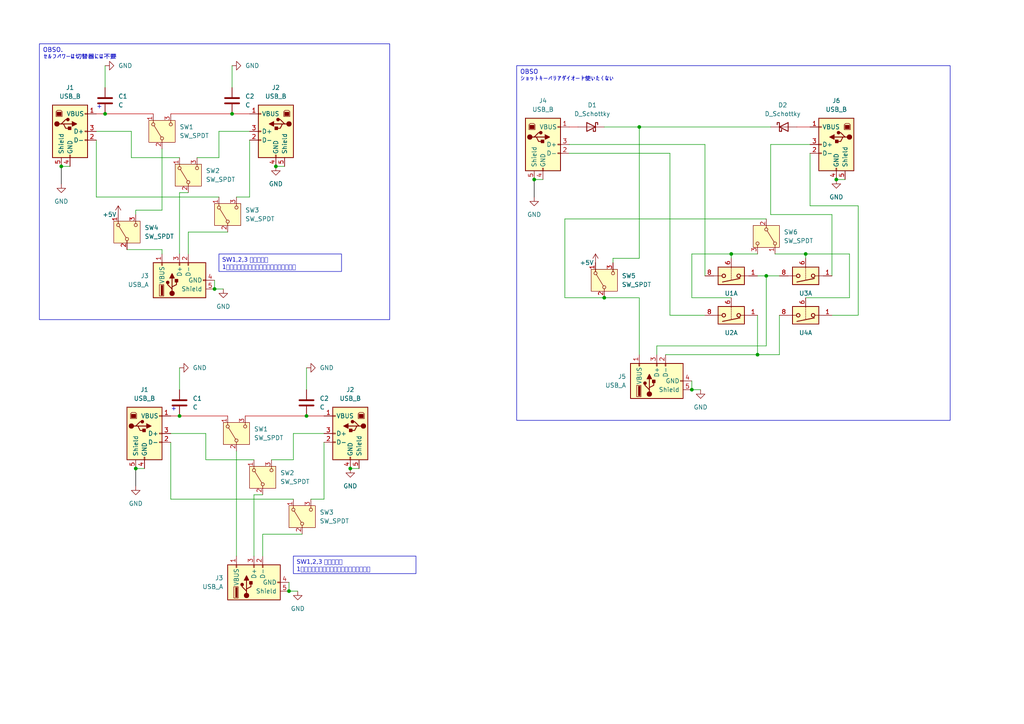
<source format=kicad_sch>
(kicad_sch (version 20230121) (generator eeschema)
  (paper "A4")
  (lib_symbols
    (symbol "Analog_Switch:ADG417BN" (pin_names (offset 0.254))
      (property "Reference" "U" (at -3.175 5.334 0))
      (property "Value" "ADG417BN" (at -3.175 3.556 0))
      (symbol "ADG417BN_1_1"
        (rectangle (start -3.81 2.54) (end 3.81 -2.54) (stroke (width 0.254)) (fill (type background)))
        (circle (center -2.159 0) (radius 0.508) (stroke (width 0.254)))
        (polyline (pts (xy -5.08 0) (xy -2.794 0)))
        (polyline (pts (xy -2.54 0.762) (xy 2.54 1.778)) (stroke (width 0.254)))
        (polyline (pts (xy 0 -2.54) (xy 0 -2.032)))
        (polyline (pts (xy 0 -1.778) (xy 0 -1.524)))
        (polyline (pts (xy 0 -1.27) (xy 0 -1.016)))
        (polyline (pts (xy 0 -0.762) (xy 0 -0.508)))
        (polyline (pts (xy 0 -0.254) (xy 0 0)))
        (polyline (pts (xy 0 0.254) (xy 0 0.508)))
        (polyline (pts (xy 0 0.762) (xy 0 1.016)))
        (polyline (pts (xy 5.08 0) (xy 2.794 0)))
        (circle (center 2.159 0) (radius 0.508) (stroke (width 0.254)))
        (pin passive line (at -7.62 0 0) (length 2.54) (name "~") (number "1"))
        (pin input line (at 0 -5.08 90) (length 2.54) (name "~") (number "6"))
        (pin passive line (at 7.62 0 180) (length 2.54) (name "~") (number "8"))
      )
      (symbol "ADG417BN_2_0"
        (pin no_connect line (at -2.54 10.16 270) (length 2.54) hide (name "NC") (number "2"))
        (pin power_in line (at 0 -12.7 90) (length 2.54) (name "GND") (number "3"))
        (pin power_in line (at 0 12.7 270) (length 2.54) (name "V+") (number "4"))
        (pin power_in line (at 2.54 12.7 270) (length 2.54) (name "VL") (number "5"))
        (pin power_in line (at 2.54 -12.7 90) (length 2.54) (name "V-") (number "7"))
      )
      (symbol "ADG417BN_2_1"
        (rectangle (start -3.81 10.16) (end 6.35 -10.16) (stroke (width 0.254)) (fill (type background)))
      )
    )
    (symbol "Connector:USB_A" (pin_names (offset 1.016))
      (property "Reference" "J" (at -5.08 11.43 0))
      (property "Value" "USB_A" (at -5.08 8.89 0))
      (symbol "USB_A_0_1"
        (rectangle (start -5.08 -7.62) (end 5.08 7.62) (stroke (width 0.254)) (fill (type background)))
        (circle (center -3.81 2.159) (radius 0.635) (stroke (width 0.254)) (fill (type outline)))
        (rectangle (start -1.524 4.826) (end -4.318 5.334) (fill (type outline)))
        (rectangle (start -1.27 4.572) (end -4.572 5.842))
        (circle (center -0.635 3.429) (radius 0.381) (stroke (width 0.254)) (fill (type outline)))
        (rectangle (start -0.127 -7.62) (end 0.127 -6.858))
        (polyline (pts (xy -3.175 2.159) (xy -2.54 2.159) (xy -1.27 3.429) (xy -0.635 3.429)) (stroke (width 0.254)))
        (polyline (pts (xy -2.54 2.159) (xy -1.905 2.159) (xy -1.27 0.889) (xy 0 0.889)) (stroke (width 0.254)))
        (polyline (pts (xy 0.635 2.794) (xy 0.635 1.524) (xy 1.905 2.159) (xy 0.635 2.794)) (stroke (width 0.254)) (fill (type outline)))
        (rectangle (start 0.254 1.27) (end -0.508 0.508) (stroke (width 0.254)) (fill (type outline)))
        (rectangle (start 5.08 -2.667) (end 4.318 -2.413))
        (rectangle (start 5.08 -0.127) (end 4.318 0.127))
        (rectangle (start 5.08 4.953) (end 4.318 5.207))
      )
      (symbol "USB_A_1_1"
        (polyline (pts (xy -1.905 2.159) (xy 0.635 2.159)) (stroke (width 0.254)))
        (pin power_in line (at 7.62 5.08 180) (length 2.54) (name "VBUS") (number "1"))
        (pin bidirectional line (at 7.62 -2.54 180) (length 2.54) (name "D-") (number "2"))
        (pin bidirectional line (at 7.62 0 180) (length 2.54) (name "D+") (number "3"))
        (pin power_in line (at 0 -10.16 90) (length 2.54) (name "GND") (number "4"))
        (pin passive line (at -2.54 -10.16 90) (length 2.54) (name "Shield") (number "5"))
      )
    )
    (symbol "Connector:USB_B" (pin_names (offset 1.016))
      (property "Reference" "J" (at -5.08 11.43 0))
      (property "Value" "USB_B" (at -5.08 8.89 0))
      (symbol "USB_B_0_1"
        (rectangle (start -5.08 -7.62) (end 5.08 7.62) (stroke (width 0.254)) (fill (type background)))
        (circle (center -3.81 2.159) (radius 0.635) (stroke (width 0.254)) (fill (type outline)))
        (rectangle (start -3.81 5.588) (end -2.54 4.572) (fill (type outline)))
        (circle (center -0.635 3.429) (radius 0.381) (stroke (width 0.254)) (fill (type outline)))
        (rectangle (start -0.127 -7.62) (end 0.127 -6.858))
        (polyline (pts (xy -1.905 2.159) (xy 0.635 2.159)) (stroke (width 0.254)))
        (polyline (pts (xy -3.175 2.159) (xy -2.54 2.159) (xy -1.27 3.429) (xy -0.635 3.429)) (stroke (width 0.254)))
        (polyline (pts (xy -2.54 2.159) (xy -1.905 2.159) (xy -1.27 0.889) (xy 0 0.889)) (stroke (width 0.254)))
        (polyline (pts (xy 0.635 2.794) (xy 0.635 1.524) (xy 1.905 2.159) (xy 0.635 2.794)) (stroke (width 0.254)) (fill (type outline)))
        (polyline (pts (xy -4.064 4.318) (xy -2.286 4.318) (xy -2.286 5.715) (xy -2.667 6.096) (xy -3.683 6.096) (xy -4.064 5.715) (xy -4.064 4.318)))
        (rectangle (start 0.254 1.27) (end -0.508 0.508) (stroke (width 0.254)) (fill (type outline)))
        (rectangle (start 5.08 -2.667) (end 4.318 -2.413))
        (rectangle (start 5.08 -0.127) (end 4.318 0.127))
        (rectangle (start 5.08 4.953) (end 4.318 5.207))
      )
      (symbol "USB_B_1_1"
        (pin power_out line (at 7.62 5.08 180) (length 2.54) (name "VBUS") (number "1"))
        (pin bidirectional line (at 7.62 -2.54 180) (length 2.54) (name "D-") (number "2"))
        (pin bidirectional line (at 7.62 0 180) (length 2.54) (name "D+") (number "3"))
        (pin power_out line (at 0 -10.16 90) (length 2.54) (name "GND") (number "4"))
        (pin passive line (at -2.54 -10.16 90) (length 2.54) (name "Shield") (number "5"))
      )
    )
    (symbol "Device:C" (pin_numbers hide) (pin_names (offset 0.254))
      (property "Reference" "C" (at 0.635 2.54 0))
      (property "Value" "C" (at 0.635 -2.54 0))
      (symbol "C_0_1"
        (polyline (pts (xy -2.032 -0.762) (xy 2.032 -0.762)) (stroke (width 0.508)))
        (polyline (pts (xy -2.032 0.762) (xy 2.032 0.762)) (stroke (width 0.508)))
      )
      (symbol "C_1_1"
        (pin passive line (at 0 3.81 270) (length 2.794) (name "~") (number "1"))
        (pin passive line (at 0 -3.81 90) (length 2.794) (name "~") (number "2"))
      )
    )
    (symbol "Device:D_Schottky" (pin_numbers hide) (pin_names (offset 1.016) hide)
      (property "Reference" "D" (at 0 2.54 0))
      (property "Value" "D_Schottky" (at 0 -2.54 0))
      (symbol "D_Schottky_0_1"
        (polyline (pts (xy 1.27 0) (xy -1.27 0)))
        (polyline (pts (xy 1.27 1.27) (xy 1.27 -1.27) (xy -1.27 0) (xy 1.27 1.27)) (stroke (width 0.254)))
        (polyline (pts (xy -1.905 0.635) (xy -1.905 1.27) (xy -1.27 1.27) (xy -1.27 -1.27) (xy -0.635 -1.27) (xy -0.635 -0.635)) (stroke (width 0.254)))
      )
      (symbol "D_Schottky_1_1"
        (pin passive line (at -3.81 0 0) (length 2.54) (name "K") (number "1"))
        (pin passive line (at 3.81 0 180) (length 2.54) (name "A") (number "2"))
      )
    )
    (symbol "Switch:SW_SPDT" (pin_names (offset 0) hide)
      (property "Reference" "SW" (at 0 5.08 0))
      (property "Value" "SW_SPDT" (at 0 -5.08 0))
      (symbol "SW_SPDT_0_1"
        (circle (center -2.032 0) (radius 0.4572))
        (polyline (pts (xy -1.651 0.254) (xy 1.651 2.286)))
        (circle (center 2.032 -2.54) (radius 0.4572))
        (circle (center 2.032 2.54) (radius 0.4572))
      )
      (symbol "SW_SPDT_1_1"
        (rectangle (start -3.175 3.81) (end 3.175 -3.81) (fill (type background)))
        (pin passive line (at 5.08 2.54 180) (length 2.54) (name "A") (number "1"))
        (pin passive line (at -5.08 0 0) (length 2.54) (name "B") (number "2"))
        (pin passive line (at 5.08 -2.54 180) (length 2.54) (name "C") (number "3"))
      )
    )
    (symbol "power:+5V" (power) (pin_names (offset 0))
      (property "Value" "+5V" (at 0 3.556 0))
      (symbol "+5V_0_1"
        (polyline (pts (xy -0.762 1.27) (xy 0 2.54)))
        (polyline (pts (xy 0 0) (xy 0 2.54)))
        (polyline (pts (xy 0 2.54) (xy 0.762 1.27)))
      )
      (symbol "+5V_1_1"
        (pin power_in line (at 0 0 90) (length 0) hide (name "+5V") (number "1"))
      )
    )
    (symbol "power:GND" (power) (pin_names (offset 0))
      (property "Value" "GND" (at 0 -3.81 0))
      (symbol "GND_0_1"
        (polyline (pts (xy 0 0) (xy 0 -1.27) (xy 1.27 -1.27) (xy 0 -2.54) (xy -1.27 -1.27) (xy 0 -1.27)))
      )
      (symbol "GND_1_1"
        (pin power_in line (at 0 0 270) (length 0) hide (name "GND") (number "1"))
      )
    )
  )
  (junction (at 222.25 80.01))
  (junction (at 212.09 73.66))
  (junction (at 175.26 86.36))
  (junction (at 154.94 52.07))
  (junction (at 80.01 48.26))
  (junction (at 83.82 171.45))
  (junction (at 52.07 120.65))
  (junction (at 233.68 73.66))
  (junction (at 101.6 135.89))
  (junction (at 17.78 48.26))
  (junction (at 88.9 120.65))
  (junction (at 67.31 33.02))
  (junction (at 30.48 33.02))
  (junction (at 62.23 83.82))
  (junction (at 242.57 52.07))
  (junction (at 185.42 36.83))
  (junction (at 39.37 135.89))
  (junction (at 219.71 102.87))
  (junction (at 200.66 113.03))
  (wire (pts (xy 30.48 19.05) (xy 30.48 25.4)))
  (wire (pts (xy 17.78 48.26) (xy 17.78 53.34)) (stroke (width 0) (color 0 0 0 1)))
  (wire (pts (xy 241.3 62.23) (xy 241.3 80.01)))
  (wire (pts (xy 27.94 38.1) (xy 38.1 38.1)))
  (wire (pts (xy 200.66 86.36) (xy 200.66 73.66)))
  (wire (pts (xy 63.5 38.1) (xy 63.5 45.72)))
  (wire (pts (xy 46.99 60.96) (xy 46.99 43.18)))
  (wire (pts (xy 39.37 135.89) (xy 39.37 140.97)) (stroke (width 0) (color 0 0 0 1)))
  (wire (pts (xy 177.8 74.93) (xy 185.42 74.93)))
  (wire (pts (xy 72.39 40.64) (xy 72.39 57.15)))
  (wire (pts (xy 185.42 36.83) (xy 185.42 74.93)))
  (wire (pts (xy 248.92 59.69) (xy 248.92 91.44)))
  (wire (pts (xy 219.71 91.44) (xy 219.71 102.87)))
  (wire (pts (xy 49.53 125.73) (xy 59.69 125.73)))
  (wire (pts (xy 52.07 120.65) (xy 66.04 120.65)) (stroke (width 0) (color 194 0 0 1)))
  (wire (pts (xy 93.98 128.27) (xy 93.98 144.78)))
  (wire (pts (xy 67.31 33.02) (xy 72.39 33.02)) (stroke (width 0) (color 194 0 0 1)))
  (wire (pts (xy 246.38 86.36) (xy 246.38 73.66)))
  (wire (pts (xy 233.68 73.66) (xy 233.68 74.93)))
  (wire (pts (xy 39.37 60.96) (xy 39.37 62.23)))
  (wire (pts (xy 36.83 72.39) (xy 46.99 72.39)))
  (wire (pts (xy 83.82 168.91) (xy 83.82 171.45)))
  (wire (pts (xy 49.53 120.65) (xy 52.07 120.65)) (stroke (width 0) (color 194 0 0 1)))
  (wire (pts (xy 190.5 100.33) (xy 190.5 102.87)))
  (wire (pts (xy 222.25 63.5) (xy 163.83 63.5)))
  (wire (pts (xy 222.25 80.01) (xy 226.06 80.01)))
  (wire (pts (xy 85.09 125.73) (xy 85.09 133.35)))
  (wire (pts (xy 157.48 52.07) (xy 154.94 52.07)))
  (wire (pts (xy 165.1 36.83) (xy 167.64 36.83)) (stroke (width 0) (color 194 0 0 1)))
  (wire (pts (xy 200.66 110.49) (xy 200.66 113.03)))
  (wire (pts (xy 52.07 106.68) (xy 52.07 113.03)))
  (wire (pts (xy 85.09 133.35) (xy 78.74 133.35)))
  (wire (pts (xy 185.42 86.36) (xy 185.42 102.87)))
  (wire (pts (xy 163.83 63.5) (xy 163.83 86.36)))
  (wire (pts (xy 200.66 113.03) (xy 203.2 113.03)))
  (wire (pts (xy 27.94 33.02) (xy 30.48 33.02)) (stroke (width 0) (color 194 0 0 1)))
  (wire (pts (xy 72.39 57.15) (xy 68.58 57.15)))
  (wire (pts (xy 242.57 52.07) (xy 245.11 52.07)))
  (wire (pts (xy 59.69 133.35) (xy 73.66 133.35)))
  (wire (pts (xy 49.53 128.27) (xy 49.53 144.78)))
  (wire (pts (xy 59.69 125.73) (xy 59.69 133.35)))
  (wire (pts (xy 93.98 125.73) (xy 85.09 125.73)))
  (wire (pts (xy 67.31 19.05) (xy 67.31 25.4)))
  (wire (pts (xy 39.37 60.96) (xy 46.99 60.96)))
  (wire (pts (xy 49.53 144.78) (xy 85.09 144.78)))
  (wire (pts (xy 204.47 80.01) (xy 204.47 41.91)))
  (wire (pts (xy 212.09 73.66) (xy 212.09 74.93)))
  (wire (pts (xy 175.26 86.36) (xy 185.42 86.36)))
  (wire (pts (xy 154.94 52.07) (xy 154.94 57.15)) (stroke (width 0) (color 0 0 0 1)))
  (wire (pts (xy 224.79 73.66) (xy 233.68 73.66)))
  (wire (pts (xy 30.48 33.02) (xy 44.45 33.02)) (stroke (width 0) (color 194 0 0 1)))
  (wire (pts (xy 88.9 120.65) (xy 93.98 120.65)) (stroke (width 0) (color 194 0 0 1)))
  (wire (pts (xy 88.9 106.68) (xy 88.9 113.03)))
  (wire (pts (xy 177.8 74.93) (xy 177.8 76.2)))
  (wire (pts (xy 226.06 102.87) (xy 219.71 102.87)))
  (wire (pts (xy 52.07 55.88) (xy 52.07 73.66)))
  (wire (pts (xy 185.42 36.83) (xy 223.52 36.83)))
  (wire (pts (xy 54.61 67.31) (xy 54.61 73.66)))
  (wire (pts (xy 80.01 48.26) (xy 82.55 48.26)))
  (wire (pts (xy 73.66 143.51) (xy 73.66 161.29)))
  (wire (pts (xy 163.83 86.36) (xy 175.26 86.36)))
  (wire (pts (xy 212.09 86.36) (xy 200.66 86.36)))
  (wire (pts (xy 71.12 120.65) (xy 88.9 120.65)) (stroke (width 0) (color 194 0 0 1)))
  (wire (pts (xy 38.1 45.72) (xy 52.07 45.72)))
  (wire (pts (xy 234.95 59.69) (xy 248.92 59.69)))
  (wire (pts (xy 27.94 40.64) (xy 27.94 57.15)))
  (wire (pts (xy 194.31 91.44) (xy 204.47 91.44)))
  (wire (pts (xy 222.25 100.33) (xy 190.5 100.33)))
  (wire (pts (xy 233.68 73.66) (xy 246.38 73.66)))
  (wire (pts (xy 219.71 80.01) (xy 222.25 80.01)))
  (wire (pts (xy 76.2 154.94) (xy 76.2 161.29)))
  (wire (pts (xy 234.95 44.45) (xy 234.95 59.69)))
  (wire (pts (xy 49.53 33.02) (xy 67.31 33.02)) (stroke (width 0) (color 194 0 0 1)))
  (wire (pts (xy 62.23 83.82) (xy 64.77 83.82)))
  (wire (pts (xy 54.61 55.88) (xy 52.07 55.88)))
  (wire (pts (xy 93.98 144.78) (xy 90.17 144.78)))
  (wire (pts (xy 83.82 171.45) (xy 86.36 171.45)))
  (wire (pts (xy 234.95 41.91) (xy 223.52 41.91)))
  (wire (pts (xy 233.68 86.36) (xy 246.38 86.36)))
  (wire (pts (xy 46.99 72.39) (xy 46.99 73.66)))
  (wire (pts (xy 101.6 135.89) (xy 104.14 135.89)))
  (wire (pts (xy 175.26 36.83) (xy 185.42 36.83)))
  (wire (pts (xy 66.04 67.31) (xy 54.61 67.31)))
  (wire (pts (xy 223.52 62.23) (xy 241.3 62.23)))
  (wire (pts (xy 219.71 73.66) (xy 212.09 73.66)))
  (wire (pts (xy 226.06 91.44) (xy 226.06 102.87)))
  (wire (pts (xy 200.66 73.66) (xy 212.09 73.66)))
  (wire (pts (xy 63.5 45.72) (xy 57.15 45.72)))
  (wire (pts (xy 41.91 135.89) (xy 39.37 135.89)))
  (wire (pts (xy 248.92 91.44) (xy 241.3 91.44)))
  (wire (pts (xy 38.1 38.1) (xy 38.1 45.72)))
  (wire (pts (xy 165.1 41.91) (xy 204.47 41.91)))
  (wire (pts (xy 193.04 102.87) (xy 219.71 102.87)))
  (wire (pts (xy 62.23 81.28) (xy 62.23 83.82)))
  (wire (pts (xy 76.2 143.51) (xy 73.66 143.51)))
  (wire (pts (xy 223.52 41.91) (xy 223.52 62.23)))
  (wire (pts (xy 222.25 80.01) (xy 222.25 100.33)))
  (wire (pts (xy 72.39 38.1) (xy 63.5 38.1)))
  (wire (pts (xy 165.1 44.45) (xy 194.31 44.45)))
  (wire (pts (xy 27.94 57.15) (xy 63.5 57.15)))
  (wire (pts (xy 231.14 36.83) (xy 234.95 36.83)) (stroke (width 0) (color 194 0 0 1)))
  (wire (pts (xy 194.31 44.45) (xy 194.31 91.44)))
  (wire (pts (xy 87.63 154.94) (xy 76.2 154.94)))
  (wire (pts (xy 20.32 48.26) (xy 17.78 48.26)))
  (wire (pts (xy 68.58 130.81) (xy 68.58 161.29)))
  (text_box "SW1,2,3 は実際には 1個のスイッチ。描き方が分からないだけ。" (at 85.09 161.29 0) (size 35.56 5.08) (effects (font (size 1.27 1.27)) (justify left top)))
  (text_box "OBSO.\nセルフパワーは切替器には不要" (at 11.43 12.7 0) (size 101.6 80.01) (effects (font (size 1.27 1.27)) (justify left top)))
  (text_box "OBSO\nショットキーバリアダイオード使いたくない" (at 149.86 19.05 0) (size 125.73 102.87) (effects (font (size 1.27 1.27)) (justify left top)))
  (text_box "SW1,2,3 は実際には 1個のスイッチ。描き方が分からないだけ。" (at 63.5 73.66 0) (size 35.56 5.08) (effects (font (size 1.27 1.27)) (justify left top)))
  (text "+" (at 27.94 31.75 0) (effects (font (size 1.27 1.27)) (justify left bottom)))
  (text "+" (at 49.53 119.38 0) (effects (font (size 1.27 1.27)) (justify left bottom)))
  (symbol (lib_id "power:GND") (at 30.48 19.05 90) (unit 1)
    (property "Reference" "#PWR09" (effects hide))
    (property "Value" "GND" (at 34.29 19.05 90) (effects (justify right)))
  )
  (symbol (lib_id "Device:D_Schottky") (at 227.33 36.83 0) (unit 1)
    (property "Reference" "D2" (at 227.0125 30.48 0))
    (property "Value" "D_Schottky" (at 227.0125 33.02 0))
  )
  (symbol (lib_id "Connector:USB_B") (at 101.6 125.73 0) (mirror y) (unit 1)
    (property "Reference" "J2" (at 101.6 113.03 0))
    (property "Value" "USB_B" (at 101.6 115.57 0))
    (property "Datasheet" " ~" (effects hide))
  )
  (symbol (lib_id "Device:D_Schottky") (at 171.45 36.83 0) (mirror y) (unit 1)
    (property "Reference" "D1" (at 171.7675 30.48 0))
    (property "Value" "D_Schottky" (at 171.7675 33.02 0))
  )
  (symbol (lib_id "Analog_Switch:ADG417BN") (at 212.09 91.44 180) (unit 1)
    (property "Reference" "U2" (at 212.09 96.52 0))
    (property "Value" "ADG417BN" (effects hide))
    (property "Footprint" "Package_DIP:DIP-8_W7.62mm" (effects hide))
    (property "Datasheet" "https://www.analog.com/media/en/technical-documentation/data-sheets/ADG417.pdf" (effects hide))
  )
  (symbol (lib_id "Connector:USB_B") (at 20.32 38.1 0) (unit 1)
    (property "Reference" "J1" (at 20.32 25.4 0))
    (property "Value" "USB_B" (at 20.32 27.94 0))
    (property "Datasheet" " ~" (effects hide))
  )
  (symbol (lib_id "power:GND") (at 80.01 48.26 0) (unit 1)
    (property "Reference" "#PWR04" (effects hide))
    (property "Value" "GND" (at 80.01 53.34 0))
  )
  (symbol (lib_id "power:+5V") (at 34.29 62.23 0) (unit 1)
    (property "Reference" "#PWR03" (effects hide))
    (property "Value" "+5V" (at 31.75 62.23 0))
  )
  (symbol (lib_id "Connector:USB_B") (at 157.48 41.91 0) (unit 1)
    (property "Reference" "J4" (at 157.48 29.21 0))
    (property "Value" "USB_B" (at 157.48 31.75 0))
    (property "Datasheet" " ~" (effects hide))
  )
  (symbol (lib_id "power:GND") (at 52.07 106.68 90) (unit 1)
    (property "Reference" "#PWR012" (effects hide))
    (property "Value" "GND" (at 55.88 106.68 90) (effects (justify right)))
  )
  (symbol (lib_id "Device:C") (at 30.48 29.21 0) (unit 1)
    (property "Reference" "C1" (at 34.29 27.94 0) (effects (justify left)))
    (property "Value" "C" (at 34.29 30.48 0) (effects (justify left)))
  )
  (symbol (lib_id "Analog_Switch:ADG417BN") (at 233.68 91.44 180) (unit 1)
    (property "Reference" "U4" (at 233.68 96.52 0))
    (property "Value" "ADG417BN" (effects hide))
    (property "Footprint" "Package_DIP:DIP-8_W7.62mm" (effects hide))
    (property "Datasheet" "https://www.analog.com/media/en/technical-documentation/data-sheets/ADG417.pdf" (effects hide))
  )
  (symbol (lib_id "Device:C") (at 52.07 116.84 0) (unit 1)
    (property "Reference" "C1" (at 55.88 115.57 0) (effects (justify left)))
    (property "Value" "C" (at 55.88 118.11 0) (effects (justify left)))
  )
  (symbol (lib_id "Switch:SW_SPDT") (at 66.04 62.23 90) (unit 1)
    (property "Reference" "SW3" (at 71.12 60.96 90) (effects (justify right)))
    (property "Value" "SW_SPDT" (at 71.12 63.5 90) (effects (justify right)))
  )
  (symbol (lib_id "Connector:USB_A") (at 52.07 81.28 90) (unit 1)
    (property "Reference" "J3" (at 43.18 80.01 90) (effects (justify left)))
    (property "Value" "USB_A" (at 43.18 82.55 90) (effects (justify left)))
    (property "Datasheet" " ~" (effects hide))
  )
  (symbol (lib_id "power:GND") (at 88.9 106.68 90) (unit 1)
    (property "Reference" "#PWR015" (effects hide))
    (property "Value" "GND" (at 92.71 106.68 90) (effects (justify right)))
  )
  (symbol (lib_id "power:GND") (at 154.94 57.15 0) (unit 1)
    (property "Reference" "#PWR05" (effects hide))
    (property "Value" "GND" (at 154.94 62.23 0))
  )
  (symbol (lib_id "Switch:SW_SPDT") (at 175.26 81.28 90) (unit 1)
    (property "Reference" "SW5" (at 180.34 80.01 90) (effects (justify right)))
    (property "Value" "SW_SPDT" (at 180.34 82.55 90) (effects (justify right)))
  )
  (symbol (lib_id "power:GND") (at 17.78 53.34 0) (unit 1)
    (property "Reference" "#PWR01" (effects hide))
    (property "Value" "GND" (at 17.78 58.42 0))
  )
  (symbol (lib_id "power:GND") (at 39.37 140.97 0) (unit 1)
    (property "Reference" "#PWR011" (effects hide))
    (property "Value" "GND" (at 39.37 146.05 0))
  )
  (symbol (lib_id "Connector:USB_B") (at 80.01 38.1 0) (mirror y) (unit 1)
    (property "Reference" "J2" (at 80.01 25.4 0))
    (property "Value" "USB_B" (at 80.01 27.94 0))
    (property "Datasheet" " ~" (effects hide))
  )
  (symbol (lib_id "Connector:USB_B") (at 41.91 125.73 0) (unit 1)
    (property "Reference" "J1" (at 41.91 113.03 0))
    (property "Value" "USB_B" (at 41.91 115.57 0))
    (property "Datasheet" " ~" (effects hide))
  )
  (symbol (lib_id "Analog_Switch:ADG417BN") (at 233.68 80.01 180) (unit 1)
    (property "Reference" "U3" (at 233.68 85.09 0))
    (property "Value" "ADG417BN" (effects hide))
    (property "Footprint" "Package_DIP:DIP-8_W7.62mm" (effects hide))
    (property "Datasheet" "https://www.analog.com/media/en/technical-documentation/data-sheets/ADG417.pdf" (effects hide))
  )
  (symbol (lib_id "power:GND") (at 101.6 135.89 0) (unit 1)
    (property "Reference" "#PWR016" (effects hide))
    (property "Value" "GND" (at 101.6 140.97 0))
  )
  (symbol (lib_id "Analog_Switch:ADG417BN") (at 212.09 80.01 180) (unit 1)
    (property "Reference" "U1" (at 212.09 85.09 0))
    (property "Value" "ADG417BN" (effects hide))
    (property "Footprint" "Package_DIP:DIP-8_W7.62mm" (effects hide))
    (property "Datasheet" "https://www.analog.com/media/en/technical-documentation/data-sheets/ADG417.pdf" (effects hide))
  )
  (symbol (lib_id "Switch:SW_SPDT") (at 36.83 67.31 90) (unit 1)
    (property "Reference" "SW4" (at 41.91 66.04 90) (effects (justify right)))
    (property "Value" "SW_SPDT" (at 41.91 68.58 90) (effects (justify right)))
  )
  (symbol (lib_id "power:GND") (at 203.2 113.03 0) (unit 1)
    (property "Reference" "#PWR07" (effects hide))
    (property "Value" "GND" (at 203.2 118.11 0))
  )
  (symbol (lib_id "power:GND") (at 86.36 171.45 0) (unit 1)
    (property "Reference" "#PWR014" (effects hide))
    (property "Value" "GND" (at 86.36 176.53 0))
  )
  (symbol (lib_id "power:GND") (at 64.77 83.82 0) (unit 1)
    (property "Reference" "#PWR02" (effects hide))
    (property "Value" "GND" (at 64.77 88.9 0))
  )
  (symbol (lib_id "Switch:SW_SPDT") (at 46.99 38.1 90) (unit 1)
    (property "Reference" "SW1" (at 52.07 36.83 90) (effects (justify right)))
    (property "Value" "SW_SPDT" (at 52.07 39.37 90) (effects (justify right)))
  )
  (symbol (lib_id "Switch:SW_SPDT") (at 68.58 125.73 90) (unit 1)
    (property "Reference" "SW1" (at 73.66 124.46 90) (effects (justify right)))
    (property "Value" "SW_SPDT" (at 73.66 127 90) (effects (justify right)))
  )
  (symbol (lib_id "Connector:USB_B") (at 242.57 41.91 0) (mirror y) (unit 1)
    (property "Reference" "J6" (at 242.57 29.21 0))
    (property "Value" "USB_B" (at 242.57 31.75 0))
    (property "Datasheet" " ~" (effects hide))
  )
  (symbol (lib_id "Switch:SW_SPDT") (at 87.63 149.86 90) (unit 1)
    (property "Reference" "SW3" (at 92.71 148.59 90) (effects (justify right)))
    (property "Value" "SW_SPDT" (at 92.71 151.13 90) (effects (justify right)))
  )
  (symbol (lib_id "Connector:USB_A") (at 190.5 110.49 90) (unit 1)
    (property "Reference" "J5" (at 181.61 109.22 90) (effects (justify left)))
    (property "Value" "USB_A" (at 181.61 111.76 90) (effects (justify left)))
    (property "Datasheet" " ~" (effects hide))
  )
  (symbol (lib_id "power:GND") (at 67.31 19.05 90) (unit 1)
    (property "Reference" "#PWR010" (effects hide))
    (property "Value" "GND" (at 71.12 19.05 90) (effects (justify right)))
  )
  (symbol (lib_id "Device:C") (at 67.31 29.21 0) (unit 1)
    (property "Reference" "C2" (at 71.12 27.94 0) (effects (justify left)))
    (property "Value" "C" (at 71.12 30.48 0) (effects (justify left)))
  )
  (symbol (lib_id "Device:C") (at 88.9 116.84 0) (unit 1)
    (property "Reference" "C2" (at 92.71 115.57 0) (effects (justify left)))
    (property "Value" "C" (at 92.71 118.11 0) (effects (justify left)))
  )
  (symbol (lib_id "Switch:SW_SPDT") (at 54.61 50.8 90) (unit 1)
    (property "Reference" "SW2" (at 59.69 49.53 90) (effects (justify right)))
    (property "Value" "SW_SPDT" (at 59.69 52.07 90) (effects (justify right)))
  )
  (symbol (lib_id "Connector:USB_A") (at 73.66 168.91 90) (unit 1)
    (property "Reference" "J3" (at 64.77 167.64 90) (effects (justify left)))
    (property "Value" "USB_A" (at 64.77 170.18 90) (effects (justify left)))
    (property "Datasheet" " ~" (effects hide))
  )
  (symbol (lib_id "Switch:SW_SPDT") (at 222.25 68.58 270) (unit 1)
    (property "Reference" "SW6" (at 227.33 67.31 90) (effects (justify left)))
    (property "Value" "SW_SPDT" (at 227.33 69.85 90) (effects (justify left)))
  )
  (symbol (lib_id "Switch:SW_SPDT") (at 76.2 138.43 90) (unit 1)
    (property "Reference" "SW2" (at 81.28 137.16 90) (effects (justify right)))
    (property "Value" "SW_SPDT" (at 81.28 139.7 90) (effects (justify right)))
  )
  (symbol (lib_id "power:GND") (at 242.57 52.07 0) (unit 1)
    (property "Reference" "#PWR08" (effects hide))
    (property "Value" "GND" (at 242.57 57.15 0))
  )
  (symbol (lib_id "power:+5V") (at 172.72 76.2 0) (unit 1)
    (property "Reference" "#PWR06" (effects hide))
    (property "Value" "+5V" (at 170.18 76.2 0))
  )
)
</source>
